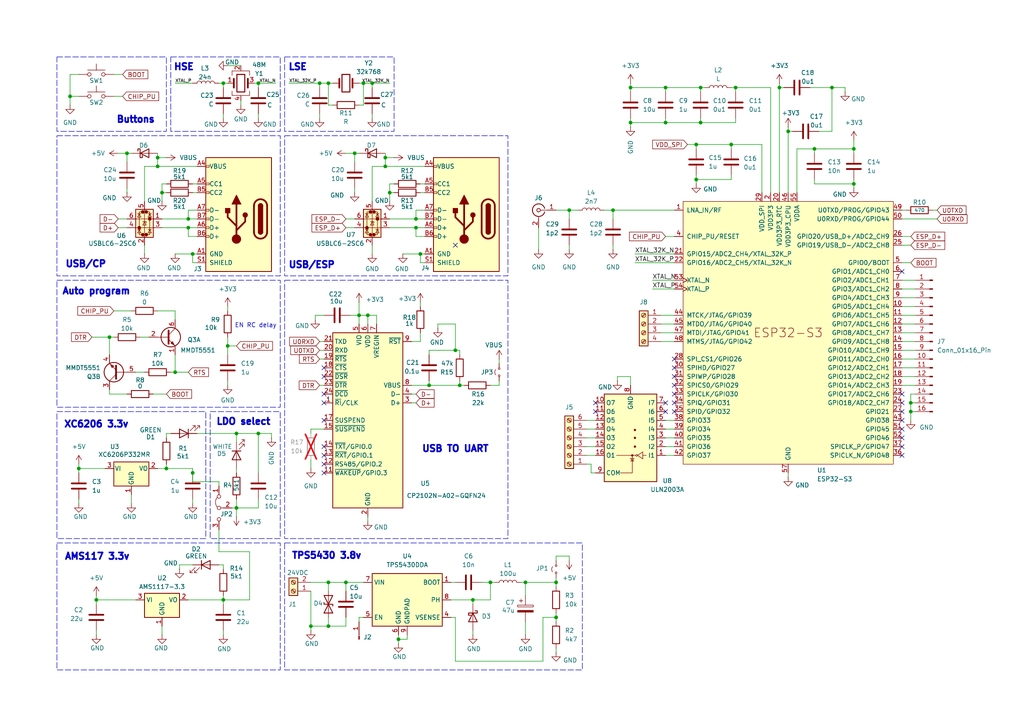
<source format=kicad_sch>
(kicad_sch (version 20250114) (generator "eeschema") (generator_version "9.0")
  (paper "A4")
  (rectangle (start 82.55 157.48) (end 168.91 194.31) (stroke (width 0) (type dash)))
  (rectangle (start 16.51 81.28) (end 81.28 118.11) (stroke (width 0) (type dash)))
  (rectangle (start 82.55 39.37) (end 147.32 80.01) (stroke (width 0) (type dash)))
  (rectangle (start 16.51 39.37) (end 81.28 80.01) (stroke (width 0) (type dash)))
  (rectangle (start 82.55 81.28) (end 147.32 156.21) (stroke (width 0) (type dash)))
  (rectangle (start 16.51 119.38) (end 59.69 156.21) (stroke (width 0) (type dash)))
  (rectangle (start 16.51 16.51) (end 48.26 38.1) (stroke (width 0) (type dash)))
  (rectangle (start 16.51 157.48) (end 81.28 194.31) (stroke (width 0) (type dash)))
  (rectangle (start 82.55 16.51) (end 114.3 38.1) (stroke (width 0) (type dash)))
  (rectangle (start 60.96 119.38) (end 81.28 156.21) (stroke (width 0) (type dash)))
  (rectangle (start 49.53 16.51) (end 81.28 38.1) (stroke (width 0) (type dash)))
  (text "AMS117 3.3v" (at 28.194 161.544 0) (effects (font (size 1.905 1.905) (thickness 0.508) (bold yes))))
  (text "HSE" (at 53.34 19.558 0) (effects (font (size 1.905 1.905) (thickness 0.508) (bold yes))))
  (text "EN RC delay" (at 74.168 94.488 0) (effects (font (size 1.27 1.27))))
  (text "USB TO UART" (at 132.08 130.302 0) (effects (font (size 1.905 1.905) (thickness 0.508) (bold yes))))
  (text "Auto program" (at 27.94 84.582 0) (effects (font (size 1.905 1.905) (thickness 0.508) (bold yes))))
  (text "LSE" (at 86.36 19.558 0) (effects (font (size 1.905 1.905) (thickness 0.508) (bold yes))))
  (text "USB/ESP" (at 90.424 76.962 0) (effects (font (size 1.905 1.905) (thickness 0.508) (bold yes))))
  (text "LDO select" (at 70.612 122.428 0) (effects (font (size 1.905 1.905) (thickness 0.508) (bold yes))))
  (text "Buttons" (at 39.37 34.798 0) (effects (font (size 1.905 1.905) (thickness 0.508) (bold yes))))
  (text "XC6206 3.3v" (at 27.94 123.19 0) (effects (font (size 1.905 1.905) (thickness 0.508) (bold yes))))
  (text "TPS5430 3.8v" (at 94.742 161.29 0) (effects (font (size 1.905 1.905) (thickness 0.508) (bold yes))))
  (text "USB/CP" (at 24.892 76.708 0) (effects (font (size 1.905 1.905) (thickness 0.508) (bold yes))))
  (junction (at 264.16 119.38))
  (junction (at 95.25 168.91))
  (junction (at 264.16 116.84))
  (junction (at 68.58 147.32))
  (junction (at 55.88 137.16))
  (junction (at 50.8 107.95))
  (junction (at 31.75 97.79))
  (junction (at 161.29 168.91))
  (junction (at 213.36 25.4))
  (junction (at 182.88 25.4))
  (junction (at 111.76 45.72))
  (junction (at 55.88 73.66))
  (junction (at 133.35 111.76))
  (junction (at 203.2 25.4))
  (junction (at 48.26 135.89))
  (junction (at 105.41 24.13))
  (junction (at 64.77 173.99))
  (junction (at 54.61 63.5))
  (junction (at 74.93 125.73))
  (junction (at 104.14 91.44))
  (junction (at 247.65 43.18))
  (junction (at 115.57 185.42))
  (junction (at 201.93 41.91))
  (junction (at 193.04 35.56))
  (junction (at 165.1 60.96))
  (junction (at 36.83 44.45))
  (junction (at 107.95 24.13))
  (junction (at 66.04 100.33))
  (junction (at 64.77 24.13))
  (junction (at 22.86 135.89))
  (junction (at 20.32 27.94))
  (junction (at 161.29 179.07))
  (junction (at 152.4 168.91))
  (junction (at 241.3 25.4))
  (junction (at 228.6 38.1))
  (junction (at 120.65 66.04))
  (junction (at 27.94 173.99))
  (junction (at 121.92 73.66))
  (junction (at 132.08 101.6))
  (junction (at 142.24 168.91))
  (junction (at 45.72 45.72))
  (junction (at 102.87 44.45))
  (junction (at 92.71 24.13))
  (junction (at 120.65 63.5))
  (junction (at 46.99 55.88))
  (junction (at 74.93 24.13))
  (junction (at 203.2 35.56))
  (junction (at 111.76 48.26))
  (junction (at 193.04 25.4))
  (junction (at 137.16 173.99))
  (junction (at 236.22 43.18))
  (junction (at 95.25 24.13))
  (junction (at 90.17 181.61))
  (junction (at 212.09 41.91))
  (junction (at 100.33 168.91))
  (junction (at 226.06 25.4))
  (junction (at 201.93 52.07))
  (junction (at 68.58 125.73))
  (junction (at 106.68 91.44))
  (junction (at 124.46 111.76))
  (junction (at 45.72 48.26))
  (junction (at 182.88 35.56))
  (junction (at 113.03 55.88))
  (junction (at 177.8 60.96))
  (junction (at 54.61 66.04))
  (junction (at 247.65 53.34))
  (junction (at 95.25 181.61))
  (no_connect (at 261.62 132.08))
  (no_connect (at 195.58 116.84))
  (no_connect (at 93.98 121.92))
  (no_connect (at 195.58 106.68))
  (no_connect (at 93.98 116.84))
  (no_connect (at 261.62 114.3))
  (no_connect (at 172.72 116.84))
  (no_connect (at 195.58 119.38))
  (no_connect (at 261.62 127))
  (no_connect (at 93.98 132.08))
  (no_connect (at 261.62 116.84))
  (no_connect (at 261.62 129.54))
  (no_connect (at 195.58 114.3))
  (no_connect (at 93.98 129.54))
  (no_connect (at 193.04 119.38))
  (no_connect (at 93.98 114.3))
  (no_connect (at 261.62 124.46))
  (no_connect (at 93.98 137.16))
  (no_connect (at 195.58 104.14))
  (no_connect (at 93.98 106.68))
  (no_connect (at 261.62 119.38))
  (no_connect (at 261.62 78.74))
  (no_connect (at 195.58 109.22))
  (no_connect (at 261.62 121.92))
  (no_connect (at 193.04 116.84))
  (no_connect (at 93.98 134.62))
  (no_connect (at 195.58 111.76))
  (no_connect (at 172.72 119.38))
  (no_connect (at 93.98 109.22))
  (no_connect (at 132.08 71.12))
  (wire (pts (xy 203.2 34.29) (xy 203.2 35.56)))
  (wire (pts (xy 177.8 63.5) (xy 177.8 60.96)))
  (wire (pts (xy 50.8 90.17) (xy 50.8 92.71)))
  (wire (pts (xy 68.58 125.73) (xy 74.93 125.73)))
  (wire (pts (xy 36.83 44.45) (xy 38.1 44.45)))
  (wire (pts (xy 104.14 87.63) (xy 104.14 91.44)))
  (wire (pts (xy 212.09 52.07) (xy 201.93 52.07)))
  (wire (pts (xy 74.93 24.13) (xy 73.66 24.13)))
  (wire (pts (xy 195.58 127) (xy 193.04 127)))
  (wire (pts (xy 241.3 25.4) (xy 245.11 25.4)))
  (wire (pts (xy 161.29 162.56) (xy 161.29 161.29)))
  (wire (pts (xy 132.08 179.07) (xy 132.08 191.77)))
  (wire (pts (xy 64.77 182.88) (xy 64.77 184.15)))
  (wire (pts (xy 102.87 44.45) (xy 102.87 46.99)))
  (wire (pts (xy 226.06 25.4) (xy 226.06 55.88)))
  (wire (pts (xy 143.51 168.91) (xy 142.24 168.91)))
  (wire (pts (xy 119.38 99.06) (xy 121.92 99.06)))
  (wire (pts (xy 66.04 97.79) (xy 66.04 100.33)))
  (wire (pts (xy 20.32 27.94) (xy 20.32 21.59)))
  (wire (pts (xy 213.36 34.29) (xy 213.36 35.56)))
  (wire (pts (xy 95.25 24.13) (xy 95.25 30.48)))
  (wire (pts (xy 44.45 114.3) (xy 48.26 114.3)))
  (wire (pts (xy 184.15 73.66) (xy 195.58 73.66)))
  (wire (pts (xy 247.65 53.34) (xy 236.22 53.34)))
  (wire (pts (xy 247.65 43.18) (xy 247.65 44.45)))
  (wire (pts (xy 144.78 110.49) (xy 144.78 111.76)))
  (wire (pts (xy 96.52 30.48) (xy 95.25 30.48)))
  (wire (pts (xy 261.62 91.44) (xy 265.43 91.44)))
  (wire (pts (xy 55.88 73.66) (xy 57.15 73.66)))
  (wire (pts (xy 54.61 173.99) (xy 64.77 173.99)))
  (wire (pts (xy 55.88 76.2) (xy 57.15 76.2)))
  (wire (pts (xy 264.16 76.2) (xy 261.62 76.2)))
  (wire (pts (xy 264.16 116.84) (xy 264.16 114.3)))
  (wire (pts (xy 63.5 24.13) (xy 64.77 24.13)))
  (wire (pts (xy 182.88 24.13) (xy 182.88 25.4)))
  (wire (pts (xy 113.03 55.88) (xy 114.3 55.88)))
  (wire (pts (xy 74.93 25.4) (xy 74.93 24.13)))
  (wire (pts (xy 92.71 111.76) (xy 93.98 111.76)))
  (wire (pts (xy 104.14 180.34) (xy 104.14 179.07)))
  (wire (pts (xy 113.03 53.34) (xy 113.03 55.88)))
  (wire (pts (xy 161.29 60.96) (xy 165.1 60.96)))
  (wire (pts (xy 171.45 134.62) (xy 171.45 137.16)))
  (wire (pts (xy 189.23 83.82) (xy 195.58 83.82)))
  (wire (pts (xy 182.88 35.56) (xy 182.88 36.83)))
  (wire (pts (xy 195.58 129.54) (xy 193.04 129.54)))
  (wire (pts (xy 48.26 135.89) (xy 45.72 135.89)))
  (wire (pts (xy 115.57 184.15) (xy 115.57 185.42)))
  (wire (pts (xy 64.77 163.83) (xy 64.77 165.1)))
  (wire (pts (xy 22.86 135.89) (xy 30.48 135.89)))
  (wire (pts (xy 113.03 66.04) (xy 120.65 66.04)))
  (wire (pts (xy 236.22 43.18) (xy 231.14 43.18)))
  (wire (pts (xy 50.8 102.87) (xy 50.8 107.95)))
  (wire (pts (xy 95.25 24.13) (xy 96.52 24.13)))
  (wire (pts (xy 172.72 132.08) (xy 170.18 132.08)))
  (wire (pts (xy 64.77 173.99) (xy 64.77 175.26)))
  (wire (pts (xy 41.91 48.26) (xy 41.91 58.42)))
  (wire (pts (xy 26.67 97.79) (xy 31.75 97.79)))
  (wire (pts (xy 172.72 124.46) (xy 170.18 124.46)))
  (wire (pts (xy 152.4 168.91) (xy 161.29 168.91)))
  (wire (pts (xy 20.32 21.59) (xy 22.86 21.59)))
  (wire (pts (xy 234.95 25.4) (xy 241.3 25.4)))
  (wire (pts (xy 92.71 99.06) (xy 93.98 99.06)))
  (wire (pts (xy 261.62 109.22) (xy 265.43 109.22)))
  (wire (pts (xy 247.65 43.18) (xy 236.22 43.18)))
  (wire (pts (xy 41.91 71.12) (xy 41.91 73.66)))
  (wire (pts (xy 57.15 125.73) (xy 68.58 125.73)))
  (wire (pts (xy 52.07 163.83) (xy 55.88 163.83)))
  (wire (pts (xy 102.87 44.45) (xy 104.14 44.45)))
  (wire (pts (xy 261.62 86.36) (xy 265.43 86.36)))
  (wire (pts (xy 90.17 181.61) (xy 95.25 181.61)))
  (wire (pts (xy 45.72 45.72) (xy 45.72 44.45)))
  (wire (pts (xy 38.1 143.51) (xy 38.1 146.05)))
  (wire (pts (xy 193.04 25.4) (xy 193.04 26.67)))
  (wire (pts (xy 101.6 91.44) (xy 104.14 91.44)))
  (wire (pts (xy 121.92 73.66) (xy 121.92 76.2)))
  (wire (pts (xy 63.5 163.83) (xy 64.77 163.83)))
  (wire (pts (xy 46.99 63.5) (xy 54.61 63.5)))
  (wire (pts (xy 264.16 116.84) (xy 265.43 116.84)))
  (wire (pts (xy 52.07 165.1) (xy 52.07 163.83)))
  (wire (pts (xy 41.91 48.26) (xy 45.72 48.26)))
  (wire (pts (xy 100.33 168.91) (xy 105.41 168.91)))
  (wire (pts (xy 27.94 175.26) (xy 27.94 173.99)))
  (wire (pts (xy 100.33 66.04) (xy 102.87 66.04)))
  (wire (pts (xy 161.29 179.07) (xy 161.29 177.8)))
  (wire (pts (xy 212.09 41.91) (xy 220.98 41.91)))
  (wire (pts (xy 69.85 29.21) (xy 69.85 30.48)))
  (wire (pts (xy 270.51 60.96) (xy 271.78 60.96)))
  (wire (pts (xy 107.95 48.26) (xy 107.95 58.42)))
  (wire (pts (xy 55.88 55.88) (xy 57.15 55.88)))
  (wire (pts (xy 46.99 53.34) (xy 46.99 55.88)))
  (wire (pts (xy 261.62 81.28) (xy 265.43 81.28)))
  (wire (pts (xy 182.88 35.56) (xy 182.88 34.29)))
  (wire (pts (xy 223.52 55.88) (xy 223.52 25.4)))
  (wire (pts (xy 182.88 25.4) (xy 193.04 25.4)))
  (wire (pts (xy 90.17 125.73) (xy 90.17 124.46)))
  (wire (pts (xy 228.6 137.16) (xy 228.6 138.43)))
  (wire (pts (xy 20.32 27.94) (xy 22.86 27.94)))
  (wire (pts (xy 161.29 179.07) (xy 161.29 180.34)))
  (wire (pts (xy 100.33 168.91) (xy 100.33 171.45)))
  (wire (pts (xy 156.21 66.04) (xy 156.21 72.39)))
  (wire (pts (xy 104.14 91.44) (xy 106.68 91.44)))
  (wire (pts (xy 142.24 168.91) (xy 142.24 173.99)))
  (wire (pts (xy 152.4 172.72) (xy 152.4 168.91)))
  (wire (pts (xy 133.35 111.76) (xy 134.62 111.76)))
  (wire (pts (xy 152.4 168.91) (xy 151.13 168.91)))
  (wire (pts (xy 90.17 171.45) (xy 90.17 181.61)))
  (wire (pts (xy 50.8 73.66) (xy 55.88 73.66)))
  (wire (pts (xy 237.49 38.1) (xy 241.3 38.1)))
  (wire (pts (xy 68.58 125.73) (xy 68.58 128.27)))
  (wire (pts (xy 203.2 25.4) (xy 203.2 26.67)))
  (wire (pts (xy 261.62 83.82) (xy 265.43 83.82)))
  (wire (pts (xy 228.6 38.1) (xy 229.87 38.1)))
  (wire (pts (xy 95.25 168.91) (xy 100.33 168.91)))
  (wire (pts (xy 68.58 147.32) (xy 68.58 149.86)))
  (wire (pts (xy 57.15 68.58) (xy 54.61 68.58)))
  (wire (pts (xy 228.6 55.88) (xy 228.6 38.1)))
  (wire (pts (xy 261.62 104.14) (xy 265.43 104.14)))
  (wire (pts (xy 261.62 106.68) (xy 265.43 106.68)))
  (wire (pts (xy 83.82 24.13) (xy 92.71 24.13)))
  (wire (pts (xy 90.17 168.91) (xy 95.25 168.91)))
  (wire (pts (xy 74.93 147.32) (xy 68.58 147.32)))
  (wire (pts (xy 66.04 88.9) (xy 66.04 90.17)))
  (wire (pts (xy 127 93.98) (xy 127 95.25)))
  (wire (pts (xy 195.58 124.46) (xy 193.04 124.46)))
  (wire (pts (xy 261.62 111.76) (xy 265.43 111.76)))
  (wire (pts (xy 203.2 35.56) (xy 193.04 35.56)))
  (wire (pts (xy 191.77 96.52) (xy 195.58 96.52)))
  (wire (pts (xy 120.65 68.58) (xy 120.65 66.04)))
  (wire (pts (xy 261.62 99.06) (xy 265.43 99.06)))
  (wire (pts (xy 109.22 91.44) (xy 109.22 93.98)))
  (wire (pts (xy 36.83 55.88) (xy 36.83 54.61)))
  (wire (pts (xy 137.16 173.99) (xy 142.24 173.99)))
  (wire (pts (xy 124.46 110.49) (xy 124.46 111.76)))
  (wire (pts (xy 144.78 104.14) (xy 144.78 105.41)))
  (wire (pts (xy 121.92 76.2) (xy 123.19 76.2)))
  (wire (pts (xy 31.75 97.79) (xy 33.02 97.79)))
  (wire (pts (xy 74.93 144.78) (xy 74.93 147.32)))
  (wire (pts (xy 120.65 60.96) (xy 120.65 63.5)))
  (wire (pts (xy 100.33 179.07) (xy 100.33 181.61)))
  (wire (pts (xy 223.52 25.4) (xy 213.36 25.4)))
  (wire (pts (xy 45.72 48.26) (xy 45.72 45.72)))
  (wire (pts (xy 115.57 185.42) (xy 115.57 186.69)))
  (wire (pts (xy 195.58 132.08) (xy 193.04 132.08)))
  (wire (pts (xy 161.29 167.64) (xy 161.29 168.91)))
  (wire (pts (xy 64.77 24.13) (xy 66.04 24.13)))
  (wire (pts (xy 66.04 100.33) (xy 68.58 100.33)))
  (wire (pts (xy 107.95 33.02) (xy 107.95 34.29)))
  (wire (pts (xy 106.68 149.86) (xy 106.68 151.13)))
  (wire (pts (xy 55.88 73.66) (xy 55.88 76.2)))
  (wire (pts (xy 63.5 160.02) (xy 72.39 160.02)))
  (wire (pts (xy 34.29 63.5) (xy 36.83 63.5)))
  (wire (pts (xy 104.14 179.07) (xy 105.41 179.07)))
  (wire (pts (xy 22.86 144.78) (xy 22.86 146.05)))
  (wire (pts (xy 33.02 27.94) (xy 35.56 27.94)))
  (wire (pts (xy 55.88 137.16) (xy 55.88 135.89)))
  (wire (pts (xy 46.99 53.34) (xy 48.26 53.34)))
  (wire (pts (xy 236.22 52.07) (xy 236.22 53.34)))
  (wire (pts (xy 27.94 182.88) (xy 27.94 184.15)))
  (wire (pts (xy 22.86 137.16) (xy 22.86 135.89)))
  (wire (pts (xy 124.46 101.6) (xy 132.08 101.6)))
  (wire (pts (xy 50.8 24.13) (xy 55.88 24.13)))
  (wire (pts (xy 41.91 107.95) (xy 39.37 107.95)))
  (wire (pts (xy 107.95 25.4) (xy 107.95 24.13)))
  (wire (pts (xy 111.76 45.72) (xy 114.3 45.72)))
  (wire (pts (xy 120.65 63.5) (xy 123.19 63.5)))
  (wire (pts (xy 113.03 58.42) (xy 113.03 55.88)))
  (wire (pts (xy 177.8 71.12) (xy 177.8 72.39)))
  (wire (pts (xy 45.72 48.26) (xy 57.15 48.26)))
  (wire (pts (xy 46.99 58.42) (xy 46.99 55.88)))
  (wire (pts (xy 247.65 40.64) (xy 247.65 43.18)))
  (wire (pts (xy 220.98 41.91) (xy 220.98 55.88)))
  (wire (pts (xy 165.1 71.12) (xy 165.1 72.39)))
  (wire (pts (xy 78.74 125.73) (xy 78.74 127)))
  (wire (pts (xy 54.61 63.5) (xy 57.15 63.5)))
  (wire (pts (xy 63.5 139.7) (xy 63.5 140.97)))
  (wire (pts (xy 63.5 160.02) (xy 63.5 153.67)))
  (wire (pts (xy 106.68 91.44) (xy 109.22 91.44)))
  (wire (pts (xy 45.72 45.72) (xy 48.26 45.72)))
  (wire (pts (xy 54.61 66.04) (xy 57.15 66.04)))
  (wire (pts (xy 64.77 25.4) (xy 64.77 24.13)))
  (wire (pts (xy 111.76 45.72) (xy 111.76 44.45)))
  (wire (pts (xy 157.48 191.77) (xy 157.48 179.07)))
  (wire (pts (xy 193.04 35.56) (xy 182.88 35.56)))
  (wire (pts (xy 124.46 101.6) (xy 124.46 102.87)))
  (wire (pts (xy 54.61 68.58) (xy 54.61 66.04)))
  (wire (pts (xy 92.71 34.29) (xy 92.71 33.02)))
  (wire (pts (xy 72.39 160.02) (xy 72.39 173.99)))
  (wire (pts (xy 139.7 168.91) (xy 142.24 168.91)))
  (wire (pts (xy 92.71 24.13) (xy 95.25 24.13)))
  (wire (pts (xy 165.1 60.96) (xy 167.64 60.96)))
  (wire (pts (xy 121.92 73.66) (xy 123.19 73.66)))
  (wire (pts (xy 74.93 125.73) (xy 74.93 137.16)))
  (wire (pts (xy 247.65 52.07) (xy 247.65 53.34)))
  (wire (pts (xy 46.99 55.88) (xy 48.26 55.88)))
  (wire (pts (xy 201.93 52.07) (xy 201.93 50.8)))
  (wire (pts (xy 95.25 168.91) (xy 95.25 171.45)))
  (wire (pts (xy 92.71 104.14) (xy 93.98 104.14)))
  (wire (pts (xy 132.08 179.07) (xy 130.81 179.07)))
  (wire (pts (xy 152.4 180.34) (xy 152.4 184.15)))
  (wire (pts (xy 182.88 109.22) (xy 179.07 109.22)))
  (wire (pts (xy 27.94 173.99) (xy 39.37 173.99)))
  (wire (pts (xy 100.33 44.45) (xy 102.87 44.45)))
  (wire (pts (xy 92.71 101.6) (xy 93.98 101.6)))
  (wire (pts (xy 72.39 173.99) (xy 64.77 173.99)))
  (wire (pts (xy 264.16 119.38) (xy 264.16 116.84)))
  (wire (pts (xy 191.77 91.44) (xy 195.58 91.44)))
  (wire (pts (xy 171.45 134.62) (xy 170.18 134.62)))
  (wire (pts (xy 191.77 99.06) (xy 195.58 99.06)))
  (wire (pts (xy 111.76 48.26) (xy 111.76 45.72)))
  (wire (pts (xy 50.8 107.95) (xy 54.61 107.95)))
  (wire (pts (xy 90.17 133.35) (xy 90.17 135.89)))
  (wire (pts (xy 46.99 66.04) (xy 54.61 66.04)))
  (wire (pts (xy 55.88 139.7) (xy 63.5 139.7)))
  (wire (pts (xy 241.3 38.1) (xy 241.3 25.4)))
  (wire (pts (xy 74.93 33.02) (xy 74.93 34.29)))
  (wire (pts (xy 68.58 147.32) (xy 68.58 144.78)))
  (wire (pts (xy 132.08 191.77) (xy 157.48 191.77)))
  (wire (pts (xy 38.1 90.17) (xy 33.02 90.17)))
  (wire (pts (xy 55.88 53.34) (xy 57.15 53.34)))
  (wire (pts (xy 182.88 25.4) (xy 182.88 26.67)))
  (wire (pts (xy 201.93 41.91) (xy 212.09 41.91)))
  (wire (pts (xy 172.72 127) (xy 170.18 127)))
  (wire (pts (xy 105.41 24.13) (xy 105.41 30.48)))
  (wire (pts (xy 22.86 134.62) (xy 22.86 135.89)))
  (wire (pts (xy 130.81 173.99) (xy 137.16 173.99)))
  (wire (pts (xy 31.75 114.3) (xy 36.83 114.3)))
  (wire (pts (xy 34.29 66.04) (xy 36.83 66.04)))
  (wire (pts (xy 264.16 121.92) (xy 264.16 119.38)))
  (wire (pts (xy 95.25 179.07) (xy 95.25 181.61)))
  (wire (pts (xy 161.29 168.91) (xy 161.29 170.18)))
  (wire (pts (xy 31.75 97.79) (xy 31.75 102.87)))
  (wire (pts (xy 34.29 44.45) (xy 36.83 44.45)))
  (wire (pts (xy 261.62 96.52) (xy 265.43 96.52)))
  (wire (pts (xy 90.17 124.46) (xy 93.98 124.46)))
  (wire (pts (xy 132.08 101.6) (xy 132.08 93.98)))
  (wire (pts (xy 212.09 25.4) (xy 213.36 25.4)))
  (wire (pts (xy 64.77 34.29) (xy 64.77 33.02)))
  (wire (pts (xy 144.78 111.76) (xy 142.24 111.76)))
  (wire (pts (xy 133.35 110.49) (xy 133.35 111.76)))
  (wire (pts (xy 124.46 111.76) (xy 133.35 111.76)))
  (wire (pts (xy 193.04 25.4) (xy 203.2 25.4)))
  (wire (pts (xy 66.04 100.33) (xy 66.04 102.87)))
  (wire (pts (xy 212.09 41.91) (xy 212.09 43.18)))
  (wire (pts (xy 133.35 102.87) (xy 133.35 101.6)))
  (wire (pts (xy 182.88 111.76) (xy 182.88 109.22)))
  (wire (pts (xy 107.95 24.13) (xy 113.03 24.13)))
  (wire (pts (xy 189.23 81.28) (xy 195.58 81.28)))
  (wire (pts (xy 123.19 68.58) (xy 120.65 68.58)))
  (wire (pts (xy 171.45 137.16) (xy 172.72 137.16)))
  (wire (pts (xy 46.99 181.61) (xy 46.99 184.15)))
  (wire (pts (xy 213.36 35.56) (xy 203.2 35.56)))
  (wire (pts (xy 67.31 147.32) (xy 68.58 147.32)))
  (wire (pts (xy 261.62 88.9) (xy 265.43 88.9)))
  (wire (pts (xy 226.06 25.4) (xy 227.33 25.4)))
  (wire (pts (xy 119.38 111.76) (xy 124.46 111.76)))
  (wire (pts (xy 121.92 55.88) (xy 123.19 55.88)))
  (wire (pts (xy 36.83 44.45) (xy 36.83 46.99)))
  (wire (pts (xy 106.68 91.44) (xy 106.68 93.98)))
  (wire (pts (xy 48.26 134.62) (xy 48.26 135.89)))
  (wire (pts (xy 261.62 63.5) (xy 271.78 63.5)))
  (wire (pts (xy 191.77 93.98) (xy 195.58 93.98)))
  (wire (pts (xy 119.38 116.84) (xy 120.65 116.84)))
  (wire (pts (xy 201.93 43.18) (xy 201.93 41.91)))
  (wire (pts (xy 132.08 101.6) (xy 133.35 101.6)))
  (wire (pts (xy 48.26 135.89) (xy 55.88 135.89)))
  (wire (pts (xy 111.76 48.26) (xy 123.19 48.26)))
  (wire (pts (xy 55.88 139.7) (xy 55.88 137.16)))
  (wire (pts (xy 120.65 66.04) (xy 123.19 66.04)))
  (wire (pts (xy 119.38 114.3) (xy 120.65 114.3)))
  (wire (pts (xy 116.84 73.66) (xy 121.92 73.66)))
  (wire (pts (xy 74.93 24.13) (xy 80.01 24.13)))
  (wire (pts (xy 40.64 97.79) (xy 43.18 97.79)))
  (wire (pts (xy 170.18 121.92) (xy 172.72 121.92)))
  (wire (pts (xy 113.03 63.5) (xy 120.65 63.5)))
  (wire (pts (xy 231.14 43.18) (xy 231.14 55.88)))
  (wire (pts (xy 20.32 30.48) (xy 20.32 27.94)))
  (wire (pts (xy 261.62 68.58) (xy 264.16 68.58)))
  (wire (pts (xy 121.92 96.52) (xy 121.92 99.06)))
  (wire (pts (xy 48.26 125.73) (xy 49.53 125.73)))
  (wire (pts (xy 261.62 60.96) (xy 262.89 60.96)))
  (wire (pts (xy 193.04 68.58) (xy 195.58 68.58)))
  (wire (pts (xy 261.62 101.6) (xy 265.43 101.6)))
  (wire (pts (xy 48.26 125.73) (xy 48.26 127)))
  (wire (pts (xy 27.94 172.72) (xy 27.94 173.99)))
  (wire (pts (xy 55.88 144.78) (xy 55.88 146.05)))
  (wire (pts (xy 193.04 34.29) (xy 193.04 35.56)))
  (wire (pts (xy 107.95 48.26) (xy 111.76 48.26)))
  (wire (pts (xy 137.16 184.15) (xy 137.16 182.88)))
  (wire (pts (xy 68.58 135.89) (xy 68.58 137.16)))
  (wire (pts (xy 261.62 71.12) (xy 264.16 71.12)))
  (wire (pts (xy 201.93 52.07) (xy 201.93 53.34)))
  (wire (pts (xy 157.48 179.07) (xy 161.29 179.07)))
  (wire (pts (xy 165.1 161.29) (xy 165.1 162.56)))
  (wire (pts (xy 64.77 172.72) (xy 64.77 173.99)))
  (wire (pts (xy 121.92 87.63) (xy 121.92 88.9)))
  (wire (pts (xy 91.44 92.71) (xy 91.44 91.44)))
  (wire (pts (xy 104.14 93.98) (xy 104.14 91.44)))
  (wire (pts (xy 107.95 24.13) (xy 105.41 24.13)))
  (wire (pts (xy 261.62 93.98) (xy 265.43 93.98)))
  (wire (pts (xy 228.6 36.83) (xy 228.6 38.1)))
  (wire (pts (xy 31.75 114.3) (xy 31.75 113.03)))
  (wire (pts (xy 247.65 53.34) (xy 247.65 54.61)))
  (wire (pts (xy 236.22 43.18) (xy 236.22 44.45)))
  (wire (pts (xy 226.06 24.13) (xy 226.06 25.4)))
  (wire (pts (xy 115.57 185.42) (xy 118.11 185.42)))
  (wire (pts (xy 104.14 30.48) (xy 105.41 30.48)))
  (wire (pts (xy 130.81 168.91) (xy 132.08 168.91)))
  (wire (pts (xy 175.26 60.96) (xy 177.8 60.96)))
  (wire (pts (xy 66.04 110.49) (xy 66.04 111.76)))
  (wire (pts (xy 92.71 25.4) (xy 92.71 24.13)))
  (wire (pts (xy 66.04 19.05) (xy 69.85 19.05)))
  (wire (pts (xy 184.15 76.2) (xy 195.58 76.2)))
  (wire (pts (xy 91.44 91.44) (xy 93.98 91.44)))
  (wire (pts (xy 102.87 55.88) (xy 102.87 54.61)))
  (wire (pts (xy 45.72 90.17) (xy 50.8 90.17)))
  (wire (pts (xy 123.19 60.96) (xy 120.65 60.96)))
  (wire (pts (xy 54.61 60.96) (xy 54.61 63.5)))
  (wire (pts (xy 49.53 107.95) (xy 50.8 107.95)))
  (wire (pts (xy 33.02 21.59) (xy 35.56 21.59)))
  (wire (pts (xy 100.33 181.61) (xy 95.25 181.61)))
  (wire (pts (xy 105.41 24.13) (xy 104.14 24.13)))
  (wire (pts (xy 118.11 185.42) (xy 118.11 184.15)))
  (wire (pts (xy 172.72 129.54) (xy 170.18 129.54)))
  (wire (pts (xy 137.16 175.26) (xy 137.16 173.99)))
  (wire (pts (xy 161.29 161.29) (xy 165.1 161.29)))
  (wire (pts (xy 195.58 121.92) (xy 193.04 121.92)))
  (wire (pts (xy 212.09 50.8) (xy 212.09 52.07)))
  (wire (pts (xy 179.07 109.22) (xy 179.07 110.49)))
  (wire (pts (xy 161.29 187.96) (xy 161.29 189.23)))
  (wire (pts (xy 165.1 63.5) (xy 165.1 60.96)))
  (wire (pts (xy 245.11 26.67) (xy 245.11 25.4)))
  (wire (pts (xy 213.36 25.4) (xy 213.36 26.67)))
  (wire (pts (xy 107.95 71.12) (xy 107.95 73.66)))
  (wire (pts (xy 74.93 125.73) (xy 78.74 125.73)))
  (wire (pts (xy 100.33 63.5) (xy 102.87 63.5)))
  (wire (pts (xy 121.92 53.34) (xy 123.19 53.34)))
  (wire (pts (xy 264.16 114.3) (xy 265.43 114.3)))
  (wire (pts (xy 203.2 25.4) (xy 204.47 25.4)))
  (wire (pts (xy 199.39 41.91) (xy 201.93 41.91)))
  (wire (pts (xy 57.15 60.96) (xy 54.61 60.96)))
  (wire (pts (xy 177.8 60.96) (xy 195.58 60.96)))
  (wire (pts (xy 264.16 119.38) (xy 265.43 119.38)))
  (wire (pts (xy 113.03 53.34) (xy 114.3 53.34)))
  (wire (pts (xy 90.17 182.88) (xy 90.17 181.61)))
  (wire (pts (xy 132.08 93.98) (xy 127 93.98)))
  (label "XTAL_32K_N" (at 184.15 73.66 0))
  (label "XTAL_32K_N" (at 113.03 24.13 180) (effects (font (size 0.889 0.889))))
  (label "XTAL_32K_P" (at 184.15 76.2 0))
  (label "XTAL_32K_P" (at 83.82 24.13 0) (effects (font (size 0.889 0.889))))
  (label "XTAL_N" (at 189.23 81.28 0))
  (label "XTAL_N" (at 80.01 24.13 180) (effects (font (size 0.889 0.889))))
  (label "XTAL_P" (at 50.8 24.13 0) (effects (font (size 0.889 0.889))))
  (label "XTAL_P" (at 189.23 83.82 0))
  (global_label "ESP_D-" (shape input) (at 264.16 71.12 0) (property "Intersheetrefs" "${INTERSHEET_REFS}" (effects (hide yes))))
  (global_label "U0TXD" (shape input) (at 271.78 60.96 0) (property "Intersheetrefs" "${INTERSHEET_REFS}" (effects (hide yes))))
  (global_label "U0RXD" (shape input) (at 271.78 63.5 0) (property "Intersheetrefs" "${INTERSHEET_REFS}" (effects (hide yes))))
  (global_label "BOOT" (shape input) (at 264.16 76.2 0) (property "Intersheetrefs" "${INTERSHEET_REFS}" (effects (hide yes))))
  (global_label "U0RXD" (shape input) (at 92.71 99.06 180) (property "Intersheetrefs" "${INTERSHEET_REFS}" (effects (hide yes))))
  (global_label "RTS" (shape input) (at 92.71 104.14 180) (property "Intersheetrefs" "${INTERSHEET_REFS}" (effects (hide yes))))
  (global_label "BOOT" (shape input) (at 48.26 114.3 0) (property "Intersheetrefs" "${INTERSHEET_REFS}" (effects (hide yes))))
  (global_label "D+" (shape input) (at 34.29 66.04 180) (property "Intersheetrefs" "${INTERSHEET_REFS}" (effects (hide yes))))
  (global_label "RTS" (shape input) (at 54.61 107.95 0) (property "Intersheetrefs" "${INTERSHEET_REFS}" (effects (hide yes))))
  (global_label "D-" (shape input) (at 34.29 63.5 180) (property "Intersheetrefs" "${INTERSHEET_REFS}" (effects (hide yes))))
  (global_label "CHIP_PU" (shape input) (at 68.58 100.33 0) (property "Intersheetrefs" "${INTERSHEET_REFS}" (effects (hide yes))))
  (global_label "DTR" (shape input) (at 92.71 111.76 180) (property "Intersheetrefs" "${INTERSHEET_REFS}" (effects (hide yes))))
  (global_label "D-" (shape input) (at 120.65 114.3 0) (property "Intersheetrefs" "${INTERSHEET_REFS}" (effects (hide yes))))
  (global_label "U0TXD" (shape input) (at 92.71 101.6 180) (property "Intersheetrefs" "${INTERSHEET_REFS}" (effects (hide yes))))
  (global_label "CHIP_PU" (shape input) (at 33.02 90.17 180) (property "Intersheetrefs" "${INTERSHEET_REFS}" (effects (hide yes))))
  (global_label "VDD_SPI" (shape input) (at 199.39 41.91 180) (property "Intersheetrefs" "${INTERSHEET_REFS}" (effects (hide yes))))
  (global_label "ESP_D+" (shape input) (at 264.16 68.58 0) (property "Intersheetrefs" "${INTERSHEET_REFS}" (effects (hide yes))))
  (global_label "BOOT" (shape input) (at 35.56 21.59 0) (property "Intersheetrefs" "${INTERSHEET_REFS}" (effects (hide yes))))
  (global_label "CHIP_PU" (shape input) (at 193.04 68.58 180) (property "Intersheetrefs" "${INTERSHEET_REFS}" (effects (hide yes))))
  (global_label "ESP_D-" (shape input) (at 100.33 63.5 180) (property "Intersheetrefs" "${INTERSHEET_REFS}" (effects (hide yes))))
  (global_label "CHIP_PU" (shape input) (at 35.56 27.94 0) (property "Intersheetrefs" "${INTERSHEET_REFS}" (effects (hide yes))))
  (global_label "D+" (shape input) (at 120.65 116.84 0) (property "Intersheetrefs" "${INTERSHEET_REFS}" (effects (hide yes))))
  (global_label "ESP_D+" (shape input) (at 100.33 66.04 180) (property "Intersheetrefs" "${INTERSHEET_REFS}" (effects (hide yes))))
  (global_label "DTR" (shape input) (at 26.67 97.79 180) (property "Intersheetrefs" "${INTERSHEET_REFS}" (effects (hide yes))))
  (symbol (lib_id "power:GND") (at 66.04 19.05 270) (unit 1)
    (property "Reference" "#PWR052" (effects (hide yes)))
    (property "Value" "GND" (at 67.31 18.034 90))
    (property "Description" "Power symbol creates a global label with name \"GND\" , ground" (effects (hide yes)))
  )
  (symbol (lib_id "Connector:USB_C_Receptacle_USB2.0_14P") (at 135.89 63.5 0) (mirror y) (unit 1)
    (property "Reference" "J4" (at 122.174 77.724 0) (effects (justify right)))
    (property "Value" "USB_C_Receptacle_USB2.0_14P" (effects (hide yes)))
    (property "Datasheet" "https://www.usb.org/sites/default/files/documents/usb_type-c.zip" (effects (hide yes)))
    (property "Description" "USB 2.0-only 14P Type-C Receptacle connector" (effects (hide yes)))
  )
  (symbol (lib_id "power:GND") (at 116.84 73.66 0) (unit 1)
    (property "Reference" "#PWR049" (effects (hide yes)))
    (property "Value" "GND" (at 118.618 77.978 0) (effects (justify right)))
    (property "Description" "Power symbol creates a global label with name \"GND\" , ground" (effects (hide yes)))
  )
  (symbol (lib_id "Device:R") (at 118.11 55.88 90) (unit 1)
    (property "Reference" "R13" (at 118.11 58.166 90))
    (property "Value" "5k1" (at 118.11 59.944 90))
    (property "Description" "Resistor" (effects (hide yes)))
  )
  (symbol (lib_id "power:GND") (at 36.83 55.88 0) (unit 1)
    (property "Reference" "#PWR039" (effects (hide yes)))
    (property "Value" "GND" (at 31.75 57.404 0))
    (property "Description" "Power symbol creates a global label with name \"GND\" , ground" (effects (hide yes)))
  )
  (symbol (lib_id "Device:R") (at 68.58 140.97 180) (unit 1)
    (property "Reference" "R4" (at 66.04 140.716 0))
    (property "Value" "5k1" (at 68.58 140.716 90))
    (property "Description" "Resistor" (effects (hide yes)))
  )
  (symbol (lib_id "power:GND") (at 74.93 34.29 0) (unit 1)
    (property "Reference" "#PWR025" (effects (hide yes)))
    (property "Value" "GND" (at 78.232 36.068 0))
    (property "Description" "Power symbol creates a global label with name \"GND\" , ground" (effects (hide yes)))
  )
  (symbol (lib_id "power:GND") (at 92.71 34.29 0) (unit 1)
    (property "Reference" "#PWR053" (effects (hide yes)))
    (property "Value" "GND" (at 89.154 36.068 0))
    (property "Description" "Power symbol creates a global label with name \"GND\" , ground" (effects (hide yes)))
  )
  (symbol (lib_id "Device:C") (at 102.87 50.8 0) (unit 1)
    (property "Reference" "C20" (at 96.012 49.276 0) (effects (justify left)))
    (property "Value" "10u" (at 96.012 51.816 0) (effects (justify left)))
    (property "Description" "Unpolarized capacitor" (effects (hide yes)))
  )
  (symbol (lib_id "Device:C") (at 177.8 67.31 0) (unit 1)
    (property "Reference" "C28" (at 170.942 65.024 0) (effects (justify left)))
    (property "Value" "1p2" (at 170.942 67.564 0) (effects (justify left)))
    (property "Description" "Unpolarized capacitor" (effects (hide yes)))
  )
  (symbol (lib_id "Device:C") (at 124.46 106.68 0) (mirror y) (unit 1)
    (property "Reference" "C21" (at 121.666 105.156 0) (effects (justify left)))
    (property "Value" "0.1u" (at 121.666 107.696 0) (effects (justify left)))
    (property "Description" "Unpolarized capacitor" (effects (hide yes)))
  )
  (symbol (lib_id "power:+5V") (at 22.86 134.62 0) (mirror y) (unit 1)
    (property "Reference" "#PWR04" (effects (hide yes)))
    (property "Value" "+5V" (at 22.86 129.54 0))
    (property "Description" "Power symbol creates a global label with name \"+5V\"" (effects (hide yes)))
  )
  (symbol (lib_id "Device:LED") (at 68.58 132.08 90) (mirror x) (unit 1)
    (property "Reference" "D5" (at 64.262 131.572 90))
    (property "Value" "WHITE" (at 64.516 129.54 90))
    (property "Description" "Light emitting diode" (effects (hide yes)))
    (property "Sim.Pins" "1=K 2=A" (effects (hide yes)))
  )
  (symbol (lib_id "Device:C") (at 55.88 140.97 0) (mirror y) (unit 1)
    (property "Reference" "C4" (at 52.07 139.6999 0) (effects (justify left)))
    (property "Value" "1u" (at 52.07 142.2399 0) (effects (justify left)))
    (property "Description" "Unpolarized capacitor" (effects (hide yes)))
  )
  (symbol (lib_id "power:+5V") (at 27.94 172.72 0) (mirror y) (unit 1)
    (property "Reference" "#PWR022" (effects (hide yes)))
    (property "Value" "+5V" (at 27.94 167.64 0))
    (property "Description" "Power symbol creates a global label with name \"+5V\"" (effects (hide yes)))
  )
  (symbol (lib_id "Connector:USB_C_Receptacle_USB2.0_14P") (at 69.85 63.5 0) (mirror y) (unit 1)
    (property "Reference" "J3" (at 56.134 77.978 0) (effects (justify right)))
    (property "Value" "USB_C_Receptacle_USB2.0_14P" (effects (hide yes)))
    (property "Datasheet" "https://www.usb.org/sites/default/files/documents/usb_type-c.zip" (effects (hide yes)))
    (property "Description" "USB 2.0-only 14P Type-C Receptacle connector" (effects (hide yes)))
  )
  (symbol (lib_id "Switch:SW_Push") (at 27.94 27.94 0) (unit 1)
    (property "Reference" "SW2" (at 27.94 29.718 0))
    (property "Value" "SW_Push" (effects (hide yes)))
    (property "Description" "Push button switch, generic, two pins" (effects (hide yes)))
  )
  (symbol (lib_id "power:GND") (at 46.99 58.42 0) (unit 1)
    (property "Reference" "#PWR041" (effects (hide yes)))
    (property "Value" "GND" (at 44.704 58.166 0))
    (property "Description" "Power symbol creates a global label with name \"GND\" , ground" (effects (hide yes)))
  )
  (symbol (lib_id "Device:R") (at 41.91 90.17 270) (mirror x) (unit 1)
    (property "Reference" "R6" (at 41.91 85.09 90))
    (property "Value" "0" (at 41.91 87.63 90))
    (property "Description" "Resistor" (effects (hide yes)))
  )
  (symbol (lib_id "power:GND") (at 91.44 92.71 0) (mirror y) (unit 1)
    (property "Reference" "#PWR034" (effects (hide yes)))
    (property "Value" "GND" (at 85.598 94.488 0) (effects (justify right)))
    (property "Description" "Power symbol creates a global label with name \"GND\" , ground" (effects (hide yes)))
  )
  (symbol (lib_id "Device:LED") (at 53.34 125.73 180) (unit 1)
    (property "Reference" "D1" (at 43.688 126.746 0))
    (property "Value" "GREEN" (at 43.688 124.714 0))
    (property "Description" "Light emitting diode" (effects (hide yes)))
    (property "Sim.Pins" "1=K 2=A" (effects (hide yes)))
  )
  (symbol (lib_id "Device:R") (at 45.72 107.95 270) (mirror x) (unit 1)
    (property "Reference" "R7" (at 45.72 102.87 90))
    (property "Value" "10k" (at 45.72 105.41 90))
    (property "Description" "Resistor" (effects (hide yes)))
  )
  (symbol (lib_id "Device:Crystal") (at 100.33 24.13 0) (unit 1)
    (property "Reference" "Y2" (at 106.934 18.288 0))
    (property "Value" "32k768" (at 106.934 20.828 0))
    (property "Description" "Two pin crystal" (effects (hide yes)))
  )
  (symbol (lib_id "power:GND") (at 22.86 146.05 0) (mirror y) (unit 1)
    (property "Reference" "#PWR01" (effects (hide yes)))
    (property "Value" "GND" (at 21.336 149.86 0) (effects (justify right)))
    (property "Description" "Power symbol creates a global label with name \"GND\" , ground" (effects (hide yes)))
  )
  (symbol (lib_id "Device:C") (at 74.93 29.21 0) (unit 1)
    (property "Reference" "C25" (at 77.216 27.432 0) (effects (justify left)))
    (property "Value" "C" (at 77.47 30.48 0) (effects (justify left)))
    (property "Description" "Unpolarized capacitor" (effects (hide yes)))
  )
  (symbol (lib_id "Transistor_BJT:MMDT5551") (at 34.29 107.95 180) (unit 2)
    (property "Reference" "Q3" (at 29.21 109.2201 0) (effects (justify left)))
    (property "Value" "MMDT5551" (at 29.21 106.6801 0) (effects (justify left)))
    (property "Footprint" "Package_TO_SOT_SMD:SOT-363_SC-70-6" (effects (hide yes)))
    (property "Datasheet" "http://www.diodes.com/_files/datasheets/ds30172.pdf" (effects (hide yes)))
    (property "Description" "200mA IC, 160V Vce, Dual NPN/NPN Transistors, SOT-363" (effects (hide yes)))
  )
  (symbol (lib_id "power:GND") (at 102.87 55.88 0) (unit 1)
    (property "Reference" "#PWR045" (effects (hide yes)))
    (property "Value" "GND" (at 97.79 56.642 0))
    (property "Description" "Power symbol creates a global label with name \"GND\" , ground" (effects (hide yes)))
  )
  (symbol (lib_id "power:GND") (at 46.99 184.15 0) (unit 1)
    (property "Reference" "#PWR021" (effects (hide yes)))
    (property "Value" "GND" (at 48.768 187.96 0) (effects (justify right)))
    (property "Description" "Power symbol creates a global label with name \"GND\" , ground" (effects (hide yes)))
  )
  (symbol (lib_id "Connector:Conn_01x16_Pin") (at 270.51 99.06 0) (mirror y) (unit 1)
    (property "Reference" "J7" (at 271.78 99.0599 0) (effects (justify right)))
    (property "Value" "Conn_01x16_Pin" (at 271.78 101.5999 0) (effects (justify right)))
    (property "Description" "Generic connector, single row, 01x16, script generated" (effects (hide yes)))
  )
  (symbol (lib_id "Device:R") (at 36.83 97.79 90) (unit 1)
    (property "Reference" "R5" (at 36.83 92.71 90))
    (property "Value" "10k" (at 36.83 95.25 90))
    (property "Description" "Resistor" (effects (hide yes)))
  )
  (symbol (lib_id "power:GND") (at 55.88 146.05 0) (unit 1)
    (property "Reference" "#PWR03" (effects (hide yes)))
    (property "Value" "GND" (at 57.404 149.86 0) (effects (justify right)))
    (property "Description" "Power symbol creates a global label with name \"GND\" , ground" (effects (hide yes)))
  )
  (symbol (lib_id "Jumper:Jumper_2_Small_Open") (at 144.78 107.95 90) (unit 1)
    (property "Reference" "JP3" (at 139.446 107.95 90) (effects (justify right)))
    (property "Value" "Jumper_2_Small_Open" (effects (hide yes)))
    (property "Description" "Jumper, 2-pole, small symbol, open" (effects (hide yes)))
  )
  (symbol (lib_id "Regulator_Switching:TPS5430DDA") (at 118.11 173.99 0) (unit 1)
    (property "Reference" "U4" (at 118.11 161.29 0))
    (property "Value" "TPS5430DDA" (at 118.11 163.83 0))
    (property "Footprint" "Package_SO:TI_SO-PowerPAD-8_ThermalVias" (effects (hide yes)))
    (property "Datasheet" "http://www.ti.com/lit/ds/symlink/tps5430.pdf" (effects (hide yes)))
    (property "Description" "3A, Step Down Swift Converter, Adjustable Output Voltage, 5.5-36V Input Voltage, PowerSO-8" (effects (hide yes)))
  )
  (symbol (lib_id "Device:R") (at 138.43 111.76 270) (mirror x) (unit 1)
    (property "Reference" "R16" (at 138.684 114.3 90))
    (property "Value" "22k" (at 138.684 116.84 90))
    (property "Description" "Resistor" (effects (hide yes)))
  )
  (symbol (lib_id "Device:R") (at 100.33 30.48 90) (unit 1)
    (property "Reference" "R11" (at 100.33 32.766 90))
    (property "Value" "R" (at 100.33 35.306 90))
    (property "Description" "Resistor" (effects (hide yes)))
  )
  (symbol (lib_id "power:GND") (at 106.68 151.13 0) (mirror y) (unit 1)
    (property "Reference" "#PWR033" (effects (hide yes)))
    (property "Value" "GND" (at 110.49 152.908 0))
    (property "Description" "Power symbol creates a global label with name \"GND\" , ground" (effects (hide yes)))
  )
  (symbol (lib_id "Connector:Conn_Coaxial") (at 156.21 60.96 0) (mirror y) (unit 1)
    (property "Reference" "J6" (at 156.21 57.404 0))
    (property "Value" "Conn_Coaxial" (effects (hide yes)))
    (property "Description" "coaxial connector (BNC, SMA, SMB, SMC, Cinch/RCA, LEMO, ...)" (effects (hide yes)))
  )
  (symbol (lib_id "Device:R") (at 121.92 92.71 0) (mirror y) (unit 1)
    (property "Reference" "R18" (at 118.745 92.075 0))
    (property "Value" "1k" (at 118.745 93.853 0))
    (property "Description" "Resistor" (effects (hide yes)))
  )
  (symbol (lib_id "power:GND") (at 107.95 34.29 0) (unit 1)
    (property "Reference" "#PWR056" (effects (hide yes)))
    (property "Value" "GND" (at 111.252 36.068 0))
    (property "Description" "Power symbol creates a global label with name \"GND\" , ground" (effects (hide yes)))
  )
  (symbol (lib_id "power:+3V3") (at 121.92 87.63 0) (unit 1)
    (property "Reference" "#PWR036" (effects (hide yes)))
    (property "Value" "+3V3" (at 118.11 86.614 0))
    (property "Description" "Power symbol creates a global label with name \"+3V3\"" (effects (hide yes)))
  )
  (symbol (lib_id "Jumper:Jumper_2_Small_Open") (at 161.29 165.1 90) (unit 1)
    (property "Reference" "JP1" (at 155.448 164.846 90) (effects (justify right)))
    (property "Value" "Jumper_2_Small_Open" (effects (hide yes)))
    (property "Description" "Jumper, 2-pole, small symbol, open" (effects (hide yes)))
  )
  (symbol (lib_id "power:+5V") (at 34.29 44.45 90) (unit 1)
    (property "Reference" "#PWR038" (effects (hide yes)))
    (property "Value" "+5V" (at 30.48 44.4499 90) (effects (justify left)))
    (property "Description" "Power symbol creates a global label with name \"+5V\"" (effects (hide yes)))
  )
  (symbol (lib_id "power:GND") (at 161.29 189.23 0) (mirror y) (unit 1)
    (property "Reference" "#PWR010" (effects (hide yes)))
    (property "Value" "GND" (at 163.322 191.516 0) (effects (justify right)))
    (property "Description" "Power symbol creates a global label with name \"GND\" , ground" (effects (hide yes)))
  )
  (symbol (lib_id "Device:C") (at 213.36 30.48 0) (unit 1)
    (property "Reference" "C11" (at 217.17 29.2099 0) (effects (justify left)))
    (property "Value" "0u1" (at 217.17 31.7499 0) (effects (justify left)))
    (property "Description" "Unpolarized capacitor" (effects (hide yes)))
  )
  (symbol (lib_id "power:GND") (at 90.17 182.88 0) (mirror y) (unit 1)
    (property "Reference" "#PWR06" (effects (hide yes)))
    (property "Value" "GND" (at 88.392 186.69 0) (effects (justify right)))
    (property "Description" "Power symbol creates a global label with name \"GND\" , ground" (effects (hide yes)))
  )
  (symbol (lib_id "Device:R") (at 118.11 53.34 90) (unit 1)
    (property "Reference" "R12" (at 118.11 49.53 90))
    (property "Value" "5k1" (at 118.11 51.308 90))
    (property "Description" "Resistor" (effects (hide yes)))
  )
  (symbol (lib_id "power:GND") (at 127 95.25 0) (unit 1)
    (property "Reference" "#PWR035" (effects (hide yes)))
    (property "Value" "GND" (at 128.778 99.314 0) (effects (justify right)))
    (property "Description" "Power symbol creates a global label with name \"GND\" , ground" (effects (hide yes)))
  )
  (symbol (lib_id "power:GND") (at 20.32 30.48 0) (unit 1)
    (property "Reference" "#PWR050" (effects (hide yes)))
    (property "Value" "GND" (at 20.32 35.56 0))
    (property "Description" "Power symbol creates a global label with name \"GND\" , ground" (effects (hide yes)))
  )
  (symbol (lib_id "Device:C_Polarized") (at 152.4 176.53 0) (unit 1)
    (property "Reference" "C7" (at 146.558 174.752 0) (effects (justify left)))
    (property "Value" "47u" (at 145.542 177.038 0) (effects (justify left)))
    (property "Description" "Polarized capacitor" (effects (hide yes)))
  )
  (symbol (lib_id "Device:LED") (at 59.69 163.83 0) (unit 1)
    (property "Reference" "D2" (at 56.896 159.258 0))
    (property "Value" "GREEN" (at 56.896 161.29 0))
    (property "Description" "Light emitting diode" (effects (hide yes)))
    (property "Sim.Pins" "1=K 2=A" (effects (hide yes)))
  )
  (symbol (lib_id "power:GND") (at 64.77 34.29 0) (unit 1)
    (property "Reference" "#PWR037" (effects (hide yes)))
    (property "Value" "GND" (at 61.214 36.068 0))
    (property "Description" "Power symbol creates a global label with name \"GND\" , ground" (effects (hide yes)))
  )
  (symbol (lib_id "Device:C") (at 64.77 29.21 180) (unit 1)
    (property "Reference" "C23" (at 61.976 27.686 0) (effects (justify left)))
    (property "Value" "C" (at 61.976 30.226 0) (effects (justify left)))
    (property "Description" "Unpolarized capacitor" (effects (hide yes)))
  )
  (symbol (lib_id "Device:C") (at 233.68 38.1 90) (unit 1)
    (property "Reference" "C17" (at 238.76 33.782 90) (effects (justify left)))
    (property "Value" "0u1" (at 238.76 36.322 90) (effects (justify left)))
    (property "Description" "Unpolarized capacitor" (effects (hide yes)))
  )
  (symbol (lib_id "Switch:SW_Push") (at 27.94 21.59 0) (unit 1)
    (property "Reference" "SW1" (at 27.94 23.368 0))
    (property "Value" "SW_Push" (effects (hide yes)))
    (property "Description" "Push button switch, generic, two pins" (effects (hide yes)))
  )
  (symbol (lib_id "power:+5V") (at 165.1 162.56 0) (mirror x) (unit 1)
    (property "Reference" "#PWR011" (effects (hide yes)))
    (property "Value" "+5V" (at 165.1 167.64 0))
    (property "Description" "Power symbol creates a global label with name \"+5V\"" (effects (hide yes)))
  )
  (symbol (lib_id "Power_Protection:USBLC6-2SC6") (at 41.91 63.5 0) (mirror y) (unit 1)
    (property "Reference" "U6" (at 36.576 68.326 0) (effects (justify left)))
    (property "Value" "USBLC6-2SC6" (at 39.624 70.612 0) (effects (justify left)))
    (property "Footprint" "Package_TO_SOT_SMD:SOT-23-6" (effects (hide yes)))
    (property "Datasheet" "https://www.st.com/resource/en/datasheet/usblc6-2.pdf" (effects (hide yes)))
    (property "Description" "Very low capacitance ESD protection diode, 2 data-line, SOT-23-6" (effects (hide yes)))
  )
  (symbol (lib_id "Device:R") (at 133.35 106.68 180) (unit 1)
    (property "Reference" "R15" (at 131.572 107.95 0) (effects (justify left)))
    (property "Value" "47k" (at 131.572 105.41 0) (effects (justify left)))
    (property "Description" "Resistor" (effects (hide yes)))
  )
  (symbol (lib_id "Device:R") (at 161.29 184.15 0) (unit 1)
    (property "Reference" "R2" (at 163.83 182.8799 0) (effects (justify left)))
    (property "Value" "4k7" (at 163.83 185.4199 0) (effects (justify left)))
    (property "Description" "Resistor" (effects (hide yes)))
  )
  (symbol (lib_id "Device:D_Schottky") (at 137.16 179.07 270) (unit 1)
    (property "Reference" "D3" (at 139.7 178.7524 90) (effects (justify left)))
    (property "Value" "D_Schottky" (effects (hide yes)))
    (property "Description" "Schottky diode" (effects (hide yes)))
  )
  (symbol (lib_id "Device:C") (at 236.22 48.26 0) (unit 1)
    (property "Reference" "C13" (at 240.03 46.9899 0) (effects (justify left)))
    (property "Value" "10n" (at 240.03 49.5299 0) (effects (justify left)))
    (property "Description" "Unpolarized capacitor" (effects (hide yes)))
  )
  (symbol (lib_id "Device:C") (at 212.09 46.99 0) (unit 1)
    (property "Reference" "C16" (at 215.646 45.974 0) (effects (justify left)))
    (property "Value" "0u1" (at 215.646 48.514 0) (effects (justify left)))
    (property "Description" "Unpolarized capacitor" (effects (hide yes)))
  )
  (symbol (lib_id "power:GND") (at 38.1 146.05 0) (unit 1)
    (property "Reference" "#PWR02" (effects (hide yes)))
    (property "Value" "GND" (at 39.624 149.86 0) (effects (justify right)))
    (property "Description" "Power symbol creates a global label with name \"GND\" , ground" (effects (hide yes)))
  )
  (symbol (lib_id "Device:R") (at 48.26 130.81 180) (unit 1)
    (property "Reference" "R1" (at 53.086 130.048 0))
    (property "Value" "5k1" (at 53.086 132.334 0))
    (property "Description" "Resistor" (effects (hide yes)))
  )
  (symbol (lib_id "power:GND") (at 179.07 110.49 0) (mirror y) (unit 1)
    (property "Reference" "#PWR054" (effects (hide yes)))
    (property "Value" "GND" (at 177.546 112.268 0) (effects (justify left)))
    (property "Description" "Power symbol creates a global label with name \"GND\" , ground" (effects (hide yes)))
  )
  (symbol (lib_id "power:GND") (at 201.93 53.34 0) (unit 1)
    (property "Reference" "#PWR023" (effects (hide yes)))
    (property "Value" "GND" (at 203.962 54.864 0) (effects (justify left)))
    (property "Description" "Power symbol creates a global label with name \"GND\" , ground" (effects (hide yes)))
  )
  (symbol (lib_id "Device:R") (at 52.07 55.88 90) (unit 1)
    (property "Reference" "R20" (at 52.07 58.166 90))
    (property "Value" "5k1" (at 52.07 59.944 90))
    (property "Description" "Resistor" (effects (hide yes)))
  )
  (symbol (lib_id "Device:R") (at 64.77 168.91 180) (unit 1)
    (property "Reference" "R14" (at 68.58 164.846 0))
    (property "Value" "5k1" (at 68.58 167.132 0))
    (property "Description" "Resistor" (effects (hide yes)))
  )
  (symbol (lib_id "Device:C") (at 27.94 179.07 0) (mirror y) (unit 1)
    (property "Reference" "C2" (at 24.13 176.9109 0) (effects (justify left)))
    (property "Value" "22u" (at 24.13 179.4509 0) (effects (justify left)))
    (property "Description" "Unpolarized capacitor" (effects (hide yes)))
  )
  (symbol (lib_id "Device:C") (at 64.77 179.07 0) (unit 1)
    (property "Reference" "C1" (at 68.58 177.7999 0) (effects (justify left)))
    (property "Value" "22u" (at 68.58 180.3399 0) (effects (justify left)))
    (property "Description" "Unpolarized capacitor" (effects (hide yes)))
  )
  (symbol (lib_id "Transistor_BJT:MMDT5551") (at 48.26 97.79 0) (unit 1)
    (property "Reference" "Q3" (at 54.356 98.552 0) (effects (justify left)))
    (property "Value" "MMDT5551" (at 52.324 101.6 0) (effects (justify left)))
    (property "Footprint" "Package_TO_SOT_SMD:SOT-363_SC-70-6" (effects (hide yes)))
    (property "Datasheet" "http://www.diodes.com/_files/datasheets/ds30172.pdf" (effects (hide yes)))
    (property "Description" "200mA IC, 160V Vce, Dual NPN/NPN Transistors, SOT-363" (effects (hide yes)))
  )
  (symbol (lib_id "Device:C") (at 165.1 67.31 0) (unit 1)
    (property "Reference" "C29" (at 158.242 65.024 0) (effects (justify left)))
    (property "Value" "1p2" (at 158.242 67.564 0) (effects (justify left)))
    (property "Description" "Unpolarized capacitor" (effects (hide yes)))
  )
  (symbol (lib_id "Device:L") (at 147.32 168.91 90) (unit 1)
    (property "Reference" "L1" (at 147.32 163.83 90))
    (property "Value" "100u" (at 147.32 166.37 90))
    (property "Description" "Inductor" (effects (hide yes)))
  )
  (symbol (lib_id "power:GND") (at 64.77 184.15 0) (mirror y) (unit 1)
    (property "Reference" "#PWR020" (effects (hide yes)))
    (property "Value" "GND" (at 62.992 188.214 0) (effects (justify right)))
    (property "Description" "Power symbol creates a global label with name \"GND\" , ground" (effects (hide yes)))
  )
  (symbol (lib_id "Device:C") (at 107.95 29.21 0) (unit 1)
    (property "Reference" "C27" (at 110.236 27.432 0) (effects (justify left)))
    (property "Value" "C" (at 110.49 30.48 0) (effects (justify left)))
    (property "Description" "Unpolarized capacitor" (effects (hide yes)))
  )
  (symbol (lib_id "power:GND") (at 152.4 184.15 0) (mirror y) (unit 1)
    (property "Reference" "#PWR09" (effects (hide yes)))
    (property "Value" "GND" (at 150.368 188.214 0) (effects (justify right)))
    (property "Description" "Power symbol creates a global label with name \"GND\" , ground" (effects (hide yes)))
  )
  (symbol (lib_id "Device:R") (at 161.29 173.99 0) (unit 1)
    (property "Reference" "R3" (at 163.83 172.7199 0) (effects (justify left)))
    (property "Value" "10k" (at 163.83 175.2599 0) (effects (justify left)))
    (property "Description" "Resistor" (effects (hide yes)))
  )
  (symbol (lib_id "Device:L") (at 59.69 24.13 90) (unit 1)
    (property "Reference" "L3" (at 59.436 19.812 90))
    (property "Value" "24n" (at 59.436 22.352 90))
    (property "Description" "Inductor" (effects (hide yes)))
  )
  (symbol (lib_id "Transistor_Array:ULN2003A") (at 182.88 127 180) (unit 1)
    (property "Reference" "U8" (at 193.548 139.446 0))
    (property "Value" "ULN2003A" (at 193.548 141.986 0))
    (property "Datasheet" "http://www.ti.com/lit/ds/symlink/uln2003a.pdf" (effects (hide yes)))
    (property "Description" "High Voltage, High Current Darlington Transistor Arrays, SOIC16/SOIC16W/DIP16/TSSOP16" (effects (hide yes)))
  )
  (symbol (lib_id "Device:Crystal_GND24") (at 69.85 24.13 0) (unit 1)
    (property "Reference" "Y1" (at 75.184 21.336 0))
    (property "Value" "48M" (at 75.184 18.796 0))
    (property "Description" "Four pin crystal, GND on pins 2 and 4" (effects (hide yes)))
  )
  (symbol (lib_id "power:+3V3") (at 66.04 88.9 0) (unit 1)
    (property "Reference" "#PWR029" (effects (hide yes)))
    (property "Value" "+3V3" (at 66.04 83.82 0))
    (property "Description" "Power symbol creates a global label with name \"+3V3\"" (effects (hide yes)))
  )
  (symbol (lib_id "Device:C") (at 92.71 29.21 180) (unit 1)
    (property "Reference" "C26" (at 89.916 27.686 0) (effects (justify left)))
    (property "Value" "C" (at 89.916 30.226 0) (effects (justify left)))
    (property "Description" "Unpolarized capacitor" (effects (hide yes)))
  )
  (symbol (lib_id "power:+3V3") (at 182.88 24.13 0) (unit 1)
    (property "Reference" "#PWR015" (effects (hide yes)))
    (property "Value" "+3V3" (at 182.88 19.05 0))
    (property "Description" "Power symbol creates a global label with name \"+3V3\"" (effects (hide yes)))
  )
  (symbol (lib_id "Device:C") (at 203.2 30.48 0) (unit 1)
    (property "Reference" "C10" (at 206.756 29.21 0) (effects (justify left)))
    (property "Value" "0u1" (at 206.756 31.75 0) (effects (justify left)))
    (property "Description" "Unpolarized capacitor" (effects (hide yes)))
  )
  (symbol (lib_id "Device:C") (at 100.33 175.26 0) (unit 1)
    (property "Reference" "C5" (at 101.346 170.434 0) (effects (justify left)))
    (property "Value" "10u" (at 101.346 172.974 0) (effects (justify left)))
    (property "Description" "Unpolarized capacitor" (effects (hide yes)))
  )
  (symbol (lib_id "power:GND") (at 27.94 184.15 0) (mirror y) (unit 1)
    (property "Reference" "#PWR019" (effects (hide yes)))
    (property "Value" "GND" (at 26.162 187.96 0) (effects (justify right)))
    (property "Description" "Power symbol creates a global label with name \"GND\" , ground" (effects (hide yes)))
  )
  (symbol (lib_id "Device:C") (at 36.83 50.8 0) (unit 1)
    (property "Reference" "C24" (at 29.972 49.276 0) (effects (justify left)))
    (property "Value" "10u" (at 29.972 51.816 0) (effects (justify left)))
    (property "Description" "Unpolarized capacitor" (effects (hide yes)))
  )
  (symbol (lib_id "Device:C") (at 231.14 25.4 90) (unit 1)
    (property "Reference" "C18" (at 236.22 21.082 90) (effects (justify left)))
    (property "Value" "0u1" (at 236.22 23.622 90) (effects (justify left)))
    (property "Description" "Unpolarized capacitor" (effects (hide yes)))
  )
  (symbol (lib_id "power:GND") (at 182.88 36.83 0) (unit 1)
    (property "Reference" "#PWR014" (effects (hide yes)))
    (property "Value" "GND" (at 182.8799 40.64 90) (effects (justify right)))
    (property "Description" "Power symbol creates a global label with name \"GND\" , ground" (effects (hide yes)))
  )
  (symbol (lib_id "power:GND") (at 245.11 26.67 0) (unit 1)
    (property "Reference" "#PWR028" (effects (hide yes)))
    (property "Value" "GND" (at 246.888 28.702 0) (effects (justify left)))
    (property "Description" "Power symbol creates a global label with name \"GND\" , ground" (effects (hide yes)))
  )
  (symbol (lib_id "Device:L") (at 208.28 25.4 90) (unit 1)
    (property "Reference" "L2" (at 208.28 20.32 90))
    (property "Value" "L" (at 208.28 22.86 90))
    (property "Description" "Inductor" (effects (hide yes)))
  )
  (symbol (lib_id "Device:C") (at 66.04 106.68 0) (unit 1)
    (property "Reference" "C19" (at 69.85 105.4099 0) (effects (justify left)))
    (property "Value" "1u" (at 69.85 107.9499 0) (effects (justify left)))
    (property "Description" "Unpolarized capacitor" (effects (hide yes)))
  )
  (symbol (lib_id "Device:R") (at 90.17 129.54 0) (mirror y) (unit 1) (dnp yes)
    (property "Reference" "R17" (at 86.106 128.27 0))
    (property "Value" "10k" (at 86.106 130.81 0))
    (property "Description" "Resistor" (effects (hide yes)))
  )
  (symbol (lib_id "Interface_USB:CP2102N-Axx-xQFN24") (at 106.68 121.92 0) (mirror y) (unit 1)
    (property "Reference" "U5" (at 124.714 140.208 0) (effects (justify left)))
    (property "Value" "CP2102N-A02-GQFN24" (at 140.97 143.764 0) (effects (justify left)))
    (property "Footprint" "Package_DFN_QFN:QFN-24-1EP_4x4mm_P0.5mm_EP2.6x2.6mm" (effects (hide yes)))
    (property "Datasheet" "https://www.silabs.com/documents/public/data-sheets/cp2102n-datasheet.pdf" (effects (hide yes)))
    (property "Description" "USB to UART master bridge, QFN-24" (effects (hide yes)))
  )
  (symbol (lib_id "power:GND") (at 247.65 54.61 0) (unit 1)
    (property "Reference" "#PWR018" (effects (hide yes)))
    (property "Value" "GND" (at 245.618 56.388 0) (effects (justify right)))
    (property "Description" "Power symbol creates a global label with name \"GND\" , ground" (effects (hide yes)))
  )
  (symbol (lib_id "Connector:Screw_Terminal_01x06") (at 165.1 129.54 180) (unit 1)
    (property "Reference" "J5" (at 165.1 118.11 0))
    (property "Value" "Screw_Terminal_01x06" (effects (hide yes)))
    (property "Description" "Generic screw terminal, single row, 01x06, script generated (kicad-library-utils/schlib/autogen/connector/)" (effects (hide yes)))
  )
  (symbol (lib_id "Device:C") (at 182.88 30.48 0) (unit 1)
    (property "Reference" "C8" (at 186.436 29.21 0) (effects (justify left)))
    (property "Value" "10u" (at 186.436 31.75 0) (effects (justify left)))
    (property "Description" "Unpolarized capacitor" (effects (hide yes)))
  )
  (symbol (lib_id "power:VBUS") (at 48.26 45.72 270) (unit 1)
    (property "Reference" "#PWR042" (effects (hide yes)))
    (property "Value" "VBUS" (at 52.07 45.7199 90) (effects (justify left)))
    (property "Description" "Power symbol creates a global label with name \"VBUS\"" (effects (hide yes)))
  )
  (symbol (lib_id "power:+3V3") (at 247.65 40.64 0) (unit 1)
    (property "Reference" "#PWR017" (effects (hide yes)))
    (property "Value" "+3V3" (at 247.65 35.56 0))
    (property "Description" "Power symbol creates a global label with name \"+3V3\"" (effects (hide yes)))
  )
  (symbol (lib_id "Device:R") (at 40.64 114.3 90) (unit 1)
    (property "Reference" "R8" (at 40.64 110.236 90))
    (property "Value" "0" (at 40.64 112.014 90))
    (property "Description" "Resistor" (effects (hide yes)))
  )
  (symbol (lib_id "power:GND") (at 177.8 72.39 0) (unit 1)
    (property "Reference" "#PWR057" (effects (hide yes)))
    (property "Value" "GND" (at 177.8 77.47 0))
    (property "Description" "Power symbol creates a global label with name \"GND\" , ground" (effects (hide yes)))
  )
  (symbol (lib_id "power:GND") (at 137.16 184.15 0) (mirror y) (unit 1)
    (property "Reference" "#PWR08" (effects (hide yes)))
    (property "Value" "GND" (at 135.382 188.214 0) (effects (justify right)))
    (property "Description" "Power symbol creates a global label with name \"GND\" , ground" (effects (hide yes)))
  )
  (symbol (lib_id "Device:R") (at 66.04 93.98 180) (unit 1)
    (property "Reference" "R9" (at 62.484 92.71 0))
    (property "Value" "10k" (at 61.214 94.996 0))
    (property "Description" "Resistor" (effects (hide yes)))
  )
  (symbol (lib_id "power:GND") (at 66.04 111.76 0) (unit 1)
    (property "Reference" "#PWR030" (effects (hide yes)))
    (property "Value" "GND" (at 66.04 116.078 0))
    (property "Description" "Power symbol creates a global label with name \"GND\" , ground" (effects (hide yes)))
  )
  (symbol (lib_id "Device:C") (at 97.79 91.44 90) (mirror x) (unit 1)
    (property "Reference" "C22" (at 97.282 85.344 90))
    (property "Value" "10u" (at 97.536 87.376 90))
    (property "Description" "Unpolarized capacitor" (effects (hide yes)))
  )
  (symbol (lib_id "Device:C") (at 201.93 46.99 0) (unit 1)
    (property "Reference" "C15" (at 205.486 45.72 0) (effects (justify left)))
    (property "Value" "1u" (at 205.486 48.26 0) (effects (justify left)))
    (property "Description" "Unpolarized capacitor" (effects (hide yes)))
  )
  (symbol (lib_id "PCM_Espressif:ESP32-S3") (at 228.6 96.52 0) (unit 1)
    (property "Reference" "U1" (at 236.982 136.398 0) (effects (justify left)))
    (property "Value" "ESP32-S3" (at 236.982 138.938 0) (effects (justify left)))
    (property "Footprint" "Package_DFN_QFN:QFN-56-1EP_7x7mm_P0.4mm_EP5.6x5.6mm" (effects (hide yes)))
    (property "Datasheet" "https://www.espressif.com/sites/default/files/documentation/esp32-s3_datasheet_en.pdf" (effects (hide yes)))
    (property "Description" "ESP32-S3 is a low-power MCU-based system-on-chip (SoC) that supports 2.4 GHz Wi-Fi and Bluetooth® Low Energy (Bluetooth LE). It consists of high-performance dual-core microprocessor (Xtensa® 32-bit LX7), a low power coprocessor, a Wi-Fi baseband, a Bluetooth LE baseband, RF module, and peripherals." (effects (hide yes)))
  )
  (symbol (lib_id "power:GND") (at 50.8 73.66 0) (unit 1)
    (property "Reference" "#PWR043" (effects (hide yes)))
    (property "Value" "GND" (at 52.578 77.724 0) (effects (justify right)))
    (property "Description" "Power symbol creates a global label with name \"GND\" , ground" (effects (hide yes)))
  )
  (symbol (lib_id "power:VBUS") (at 114.3 45.72 270) (unit 1)
    (property "Reference" "#PWR051" (effects (hide yes)))
    (property "Value" "VBUS" (at 118.11 45.7199 90) (effects (justify left)))
    (property "Description" "Power symbol creates a global label with name \"VBUS\"" (effects (hide yes)))
  )
  (symbol (lib_id "power:GND") (at 78.74 127 0) (mirror y) (unit 1)
    (property "Reference" "#PWR012" (effects (hide yes)))
    (property "Value" "GND" (at 78.7401 130.81 90) (effects (justify right)))
    (property "Description" "Power symbol creates a global label with name \"GND\" , ground" (effects (hide yes)))
  )
  (symbol (lib_id "Device:R") (at 52.07 53.34 90) (unit 1)
    (property "Reference" "R19" (at 52.07 49.53 90))
    (property "Value" "5k1" (at 52.07 51.308 90))
    (property "Description" "Resistor" (effects (hide yes)))
  )
  (symbol (lib_id "Connector:Screw_Terminal_01x04") (at 186.69 93.98 0) (mirror y) (unit 1)
    (property "Reference" "J8" (at 186.69 87.63 0))
    (property "Value" "Screw_Terminal_01x04" (effects (hide yes)))
    (property "Description" "Generic screw terminal, single row, 01x04, script generated (kicad-library-utils/schlib/autogen/connector/)" (effects (hide yes)))
  )
  (symbol (lib_id "power:GND") (at 90.17 135.89 0) (mirror y) (unit 1)
    (property "Reference" "#PWR031" (effects (hide yes)))
    (property "Value" "GND" (at 90.17 140.97 0))
    (property "Description" "Power symbol creates a global label with name \"GND\" , ground" (effects (hide yes)))
  )
  (symbol (lib_id "Device:C") (at 74.93 140.97 0) (unit 1)
    (property "Reference" "C12" (at 76.708 144.272 0) (effects (justify left)))
    (property "Value" "10u" (at 76.708 146.812 0) (effects (justify left)))
    (property "Description" "Unpolarized capacitor" (effects (hide yes)))
  )
  (symbol (lib_id "Power_Protection:USBLC6-2SC6") (at 107.95 63.5 0) (mirror y) (unit 1)
    (property "Reference" "U7" (at 103.124 68.072 0) (effects (justify left)))
    (property "Value" "USBLC6-2SC6" (at 105.664 70.612 0) (effects (justify left)))
    (property "Footprint" "Package_TO_SOT_SMD:SOT-23-6" (effects (hide yes)))
    (property "Datasheet" "https://www.st.com/resource/en/datasheet/usblc6-2.pdf" (effects (hide yes)))
    (property "Description" "Very low capacitance ESD protection diode, 2 data-line, SOT-23-6" (effects (hide yes)))
  )
  (symbol (lib_id "power:GND") (at 52.07 165.1 0) (mirror y) (unit 1)
    (property "Reference" "#PWR024" (effects (hide yes)))
    (property "Value" "GND" (at 47.498 163.322 0) (effects (justify right)))
    (property "Description" "Power symbol creates a global label with name \"GND\" , ground" (effects (hide yes)))
  )
  (symbol (lib_id "power:GND") (at 228.6 138.43 0) (mirror y) (unit 1)
    (property "Reference" "#PWR05" (effects (hide yes)))
    (property "Value" "GND" (at 230.632 140.716 0) (effects (justify right)))
    (property "Description" "Power symbol creates a global label with name \"GND\" , ground" (effects (hide yes)))
  )
  (symbol (lib_id "power:VBUS") (at 144.78 104.14 0) (unit 1)
    (property "Reference" "#PWR048" (effects (hide yes)))
    (property "Value" "VBUS" (at 143.256 100.076 0))
    (property "Description" "Power symbol creates a global label with name \"VBUS\"" (effects (hide yes)))
  )
  (symbol (lib_id "Device:D_Schottky") (at 41.91 44.45 0) (unit 1)
    (property "Reference" "D6" (at 41.656 42.164 0))
    (property "Value" "D_Schottky" (effects (hide yes)))
    (property "Description" "Schottky diode" (effects (hide yes)))
  )
  (symbol (lib_id "power:GND") (at 113.03 58.42 0) (unit 1)
    (property "Reference" "#PWR047" (effects (hide yes)))
    (property "Value" "GND" (at 110.744 58.166 0))
    (property "Description" "Power symbol creates a global label with name \"GND\" , ground" (effects (hide yes)))
  )
  (symbol (lib_id "Connector:Screw_Terminal_01x02") (at 85.09 171.45 180) (unit 1)
    (property "Reference" "J1" (at 84.836 175.26 0))
    (property "Value" "24VDC" (at 86.36 166.116 0))
    (property "Description" "Generic screw terminal, single row, 01x02, script generated (kicad-library-utils/schlib/autogen/connector/)" (effects (hide yes)))
  )
  (symbol (lib_id "power:+3V3") (at 226.06 24.13 0) (unit 1)
    (property "Reference" "#PWR027" (effects (hide yes)))
    (property "Value" "+3V3" (at 226.06 19.05 0))
    (property "Description" "Power symbol creates a global label with name \"+3V3\"" (effects (hide yes)))
  )
  (symbol (lib_id "Device:D_TVS") (at 95.25 175.26 90) (unit 1)
    (property "Reference" "D4" (at 90.932 175.006 90) (effects (justify right)))
    (property "Value" "D_TVS" (effects (hide yes)))
    (property "Description" "Bidirectional transient-voltage-suppression diode" (effects (hide yes)))
  )
  (symbol (lib_id "power:+3V3") (at 228.6 36.83 0) (unit 1)
    (property "Reference" "#PWR026" (effects (hide yes)))
    (property "Value" "+3V3" (at 229.362 32.766 0))
    (property "Description" "Power symbol creates a global label with name \"+3V3\"" (effects (hide yes)))
  )
  (symbol (lib_id "Jumper:Jumper_3_Bridged12") (at 63.5 147.32 90) (mirror x) (unit 1) (in_bom no)
    (property "Reference" "JP2" (at 67.564 149.098 90) (effects (justify left)))
    (property "Value" "Jumper_3_Bridged12" (effects (hide yes)))
    (property "Description" "Jumper, 3-pole, pins 1+2 closed/bridged" (effects (hide yes)))
  )
  (symbol (lib_id "power:GND") (at 264.16 121.92 0) (unit 1)
    (property "Reference" "#PWR059" (effects (hide yes)))
    (property "Value" "GND" (at 268.732 123.952 0))
    (property "Description" "Power symbol creates a global label with name \"GND\" , ground" (effects (hide yes)))
  )
  (symbol (lib_id "power:GND") (at 156.21 72.39 0) (mirror y) (unit 1)
    (property "Reference" "#PWR058" (effects (hide yes)))
    (property "Value" "GND" (at 156.21 77.47 0))
    (property "Description" "Power symbol creates a global label with name \"GND\" , ground" (effects (hide yes)))
  )
  (symbol (lib_id "power:GND") (at 165.1 72.39 0) (unit 1)
    (property "Reference" "#PWR055" (effects (hide yes)))
    (property "Value" "GND" (at 165.1 77.47 0))
    (property "Description" "Power symbol creates a global label with name \"GND\" , ground" (effects (hide yes)))
  )
  (symbol (lib_id "Device:D_Schottky") (at 107.95 44.45 0) (unit 1)
    (property "Reference" "D7" (at 107.696 42.164 0))
    (property "Value" "D_Schottky" (effects (hide yes)))
    (property "Description" "Schottky diode" (effects (hide yes)))
  )
  (symbol (lib_id "Device:R") (at 266.7 60.96 90) (unit 1)
    (property "Reference" "R10" (at 266.7 58.674 90))
    (property "Value" "470" (at 266.7 60.96 90) (effects (font (size 1.016 1.016))))
    (property "Description" "Resistor" (effects (hide yes)))
  )
  (symbol (lib_id "power:GND") (at 41.91 73.66 0) (unit 1)
    (property "Reference" "#PWR040" (effects (hide yes)))
    (property "Value" "GND" (at 41.656 77.724 0))
    (property "Description" "Power symbol creates a global label with name \"GND\" , ground" (effects (hide yes)))
  )
  (symbol (lib_id "power:GND") (at 107.95 73.66 0) (unit 1)
    (property "Reference" "#PWR046" (effects (hide yes)))
    (property "Value" "GND" (at 107.95 77.978 0))
    (property "Description" "Power symbol creates a global label with name \"GND\" , ground" (effects (hide yes)))
  )
  (symbol (lib_id "power:GND") (at 69.85 30.48 0) (unit 1)
    (property "Reference" "#PWR016" (effects (hide yes)))
    (property "Value" "GND" (at 69.85 34.544 0))
    (property "Description" "Power symbol creates a global label with name \"GND\" , ground" (effects (hide yes)))
  )
  (symbol (lib_id "power:+3V3") (at 68.58 149.86 180) (unit 1)
    (property "Reference" "#PWR013" (effects (hide yes)))
    (property "Value" "+3V3" (at 73.152 151.384 0))
    (property "Description" "Power symbol creates a global label with name \"+3V3\"" (effects (hide yes)))
  )
  (symbol (lib_id "Device:L") (at 171.45 60.96 90) (unit 1)
    (property "Reference" "L4" (at 171.45 55.88 90))
    (property "Value" "2n7" (at 171.45 58.42 90))
    (property "Description" "Inductor" (effects (hide yes)))
  )
  (symbol (lib_id "Regulator_Linear:XC6206PxxxMR") (at 38.1 135.89 0) (unit 1)
    (property "Reference" "U3" (at 33.274 129.54 0))
    (property "Value" "XC6206P332MR" (at 36.068 131.826 0))
    (property "Footprint" "Package_TO_SOT_SMD:SOT-23-3" (effects (hide yes)))
    (property "Datasheet" "https://www.torexsemi.com/file/xc6206/XC6206.pdf" (effects (hide yes)))
    (property "Description" "Positive 60-250mA Low Dropout Regulator, Fixed Output, SOT-23" (effects (hide yes)))
  )
  (symbol (lib_id "power:+3V3") (at 104.14 87.63 0) (mirror y) (unit 1)
    (property "Reference" "#PWR032" (effects (hide yes)))
    (property "Value" "+3V3" (at 108.712 86.868 0))
    (property "Description" "Power symbol creates a global label with name \"+3V3\"" (effects (hide yes)))
  )
  (symbol (lib_id "Connector:Conn_01x01_Pin") (at 104.14 185.42 90) (unit 1)
    (property "Reference" "J2" (at 105.41 184.7849 90) (effects (justify right)))
    (property "Value" "Conn_01x01_Pin" (effects (hide yes)))
    (property "Description" "Generic connector, single row, 01x01, script generated" (effects (hide yes)))
  )
  (symbol (lib_id "Device:C") (at 193.04 30.48 0) (unit 1)
    (property "Reference" "C9" (at 196.85 29.2099 0) (effects (justify left)))
    (property "Value" "1u" (at 196.85 31.7499 0) (effects (justify left)))
    (property "Description" "Unpolarized capacitor" (effects (hide yes)))
  )
  (symbol (lib_id "Device:C") (at 247.65 48.26 0) (unit 1)
    (property "Reference" "C14" (at 251.46 46.9899 0) (effects (justify left)))
    (property "Value" "1u" (at 251.46 49.5299 0) (effects (justify left)))
    (property "Description" "Unpolarized capacitor" (effects (hide yes)))
  )
  (symbol (lib_id "Regulator_Linear:AMS1117-3.3") (at 46.99 173.99 0) (unit 1)
    (property "Reference" "U2" (at 46.99 167.64 0))
    (property "Value" "AMS1117-3.3" (at 46.99 170.18 0))
    (property "Footprint" "Package_TO_SOT_SMD:SOT-223-3_TabPin2" (effects (hide yes)))
    (property "Datasheet" "http://www.advanced-monolithic.com/pdf/ds1117.pdf" (effects (hide yes)))
    (property "Description" "1A Low Dropout regulator, positive, 3.3V fixed output, SOT-223" (effects (hide yes)))
  )
  (symbol (lib_id "Device:C") (at 22.86 140.97 0) (unit 1)
    (property "Reference" "C3" (at 26.67 139.6999 0) (effects (justify left)))
    (property "Value" "1u" (at 26.67 142.2399 0) (effects (justify left)))
    (property "Description" "Unpolarized capacitor" (effects (hide yes)))
  )
  (symbol (lib_id "Device:C") (at 135.89 168.91 270) (unit 1)
    (property "Reference" "C6" (at 135.89 161.29 90))
    (property "Value" "10n" (at 135.89 163.83 90))
    (property "Description" "Unpolarized capacitor" (effects (hide yes)))
  )
  (symbol (lib_id "power:GND") (at 115.57 186.69 0) (mirror y) (unit 1)
    (property "Reference" "#PWR07" (effects (hide yes)))
    (property "Value" "GND" (at 113.792 190.5 0) (effects (justify right)))
    (property "Description" "Power symbol creates a global label with name \"GND\" , ground" (effects (hide yes)))
  )
  (symbol (lib_id "power:+5V") (at 100.33 44.45 90) (unit 1)
    (property "Reference" "#PWR044" (effects (hide yes)))
    (property "Value" "+5V" (at 96.52 44.4499 90) (effects (justify left)))
    (property "Description" "Power symbol creates a global label with name \"+5V\"" (effects (hide yes)))
  )
)
</source>
